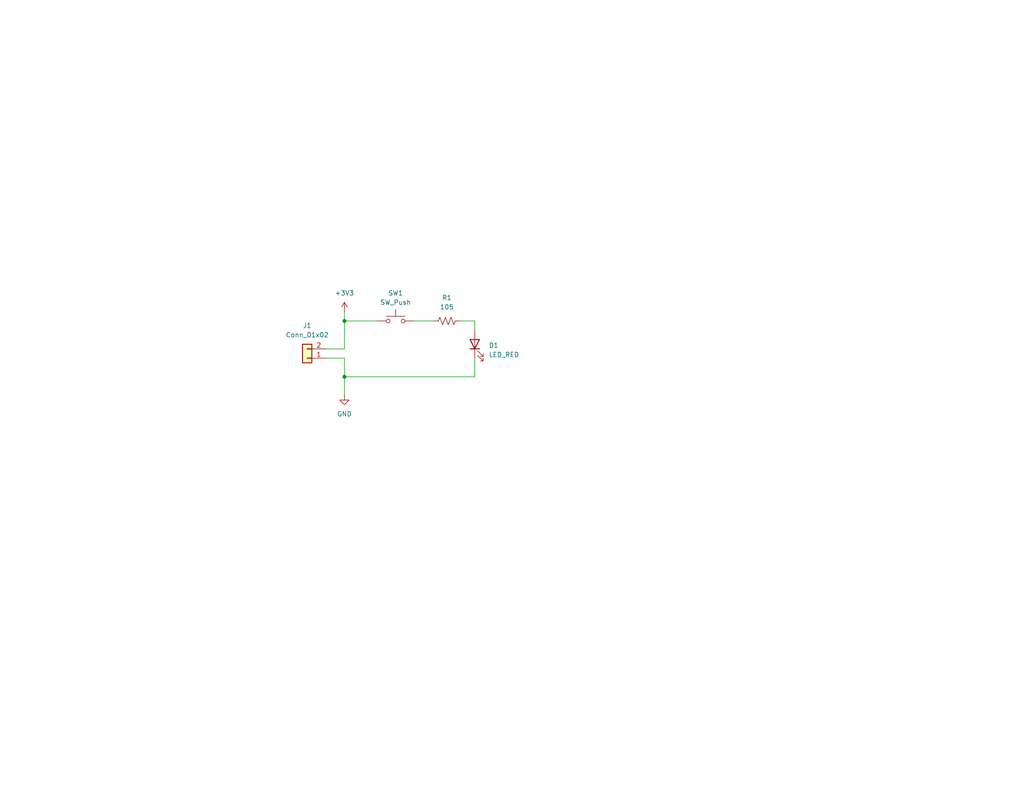
<source format=kicad_sch>
(kicad_sch (version 20230121) (generator eeschema)
  (paper "USLetter")
  (title_block (title "LEDProject") (date "2023-09-10") (rev "1.0") (company "Illini Solar Car") (comment 1 "Designed By: Anjali Thomas"))
  (lib_symbols
    (symbol "Connector_Generic:Conn_01x02" (pin_names (offset 1.016) hide)
      (property "Reference" "J" (at 0 2.54 0))
      (property "Value" "Conn_01x02" (at 0 -5.08 0))
      (symbol "Conn_01x02_1_1"
        (rectangle (start -1.27 -2.413) (end 0 -2.667) (stroke (width 0.1524)))
        (rectangle (start -1.27 0.127) (end 0 -0.127) (stroke (width 0.1524)))
        (rectangle (start -1.27 1.27) (end 1.27 -3.81) (stroke (width 0.254)) (fill (type background)))
        (pin passive line (at -5.08 0 0) (length 3.81) (name "Pin_1") (number "1"))
        (pin passive line (at -5.08 -2.54 0) (length 3.81) (name "Pin_2") (number "2"))
      )
    )
    (symbol "Device:LED" (pin_numbers hide) (pin_names (offset 1.016) hide)
      (property "Reference" "D" (at 0 2.54 0))
      (property "Value" "LED" (at 0 -2.54 0))
      (symbol "LED_0_1"
        (polyline (pts (xy -1.27 -1.27) (xy -1.27 1.27)) (stroke (width 0.254)))
        (polyline (pts (xy -1.27 0) (xy 1.27 0)))
        (polyline (pts (xy 1.27 -1.27) (xy 1.27 1.27) (xy -1.27 0) (xy 1.27 -1.27)) (stroke (width 0.254)))
        (polyline (pts (xy -3.048 -0.762) (xy -4.572 -2.286) (xy -3.81 -2.286) (xy -4.572 -2.286) (xy -4.572 -1.524)))
        (polyline (pts (xy -1.778 -0.762) (xy -3.302 -2.286) (xy -2.54 -2.286) (xy -3.302 -2.286) (xy -3.302 -1.524)))
      )
      (symbol "LED_1_1"
        (pin passive line (at -3.81 0 0) (length 2.54) (name "K") (number "1"))
        (pin passive line (at 3.81 0 180) (length 2.54) (name "A") (number "2"))
      )
    )
    (symbol "Device:R_US" (pin_numbers hide) (pin_names (offset 0))
      (property "Reference" "R" (at 2.54 0 90))
      (property "Value" "R_US" (at -2.54 0 90))
      (symbol "R_US_0_1"
        (polyline (pts (xy 0 -2.286) (xy 0 -2.54)))
        (polyline (pts (xy 0 2.286) (xy 0 2.54)))
        (polyline (pts (xy 0 -0.762) (xy 1.016 -1.143) (xy 0 -1.524) (xy -1.016 -1.905) (xy 0 -2.286)))
        (polyline (pts (xy 0 0.762) (xy 1.016 0.381) (xy 0 0) (xy -1.016 -0.381) (xy 0 -0.762)))
        (polyline (pts (xy 0 2.286) (xy 1.016 1.905) (xy 0 1.524) (xy -1.016 1.143) (xy 0 0.762)))
      )
      (symbol "R_US_1_1"
        (pin passive line (at 0 3.81 270) (length 1.27) (name "~") (number "1"))
        (pin passive line (at 0 -3.81 90) (length 1.27) (name "~") (number "2"))
      )
    )
    (symbol "Switch:SW_Push" (pin_numbers hide) (pin_names (offset 1.016) hide)
      (property "Reference" "SW" (at 1.27 2.54 0))
      (property "Value" "SW_Push" (at 0 -1.524 0))
      (symbol "SW_Push_0_1"
        (circle (center -2.032 0) (radius 0.508))
        (polyline (pts (xy 0 1.27) (xy 0 3.048)))
        (polyline (pts (xy 2.54 1.27) (xy -2.54 1.27)))
        (circle (center 2.032 0) (radius 0.508))
        (pin passive line (at -5.08 0 0) (length 2.54) (name "1") (number "1"))
        (pin passive line (at 5.08 0 180) (length 2.54) (name "2") (number "2"))
      )
    )
    (symbol "power:+3V3" (power) (pin_names (offset 0))
      (property "Value" "+3V3" (at 0 3.556 0))
      (symbol "+3V3_0_1"
        (polyline (pts (xy -0.762 1.27) (xy 0 2.54)))
        (polyline (pts (xy 0 0) (xy 0 2.54)))
        (polyline (pts (xy 0 2.54) (xy 0.762 1.27)))
      )
      (symbol "+3V3_1_1"
        (pin power_in line (at 0 0 90) (length 0) hide (name "+3V3") (number "1"))
      )
    )
    (symbol "power:GND" (power) (pin_names (offset 0))
      (property "Value" "GND" (at 0 -3.81 0))
      (symbol "GND_0_1"
        (polyline (pts (xy 0 0) (xy 0 -1.27) (xy 1.27 -1.27) (xy 0 -2.54) (xy -1.27 -1.27) (xy 0 -1.27)))
      )
      (symbol "GND_1_1"
        (pin power_in line (at 0 0 270) (length 0) hide (name "GND") (number "1"))
      )
    )
  )
  (junction (at 93.98 87.63))
  (junction (at 93.98 102.87))
  (wire (pts (xy 113.03 87.63) (xy 118.11 87.63)))
  (wire (pts (xy 125.73 87.63) (xy 129.54 87.63)))
  (wire (pts (xy 88.9 97.79) (xy 93.98 97.79)))
  (wire (pts (xy 93.98 102.87) (xy 129.54 102.87)))
  (wire (pts (xy 129.54 97.79) (xy 129.54 102.87)))
  (wire (pts (xy 93.98 102.87) (xy 93.98 107.95)))
  (wire (pts (xy 88.9 95.25) (xy 93.98 95.25)))
  (wire (pts (xy 93.98 95.25) (xy 93.98 87.63)))
  (wire (pts (xy 129.54 87.63) (xy 129.54 90.17)))
  (wire (pts (xy 93.98 97.79) (xy 93.98 102.87)))
  (wire (pts (xy 93.98 87.63) (xy 93.98 85.09)))
  (wire (pts (xy 93.98 87.63) (xy 102.87 87.63)))
  (symbol (lib_id "Connector_Generic:Conn_01x02") (at 83.82 97.79 180) (unit 1)
    (property "Reference" "J1" (at 83.82 88.9 0))
    (property "Value" "Conn_01x02" (at 83.82 91.44 0))
    (property "Footprint" "Connector_Molex:Molex_KK-254_AE-6410-02A_1x02_P2.54mm_Vertical" (effects hide))
    (property "Datasheet" "https://tools.molex.com/pdm_docs/sd/022272021_sd.pdf" (effects hide))
    (property "MPN" "022272021" (effects hide))
  )
  (symbol (lib_id "Device:R_US") (at 121.92 87.63 90) (unit 1)
    (property "Reference" "R1" (at 121.92 81.28 90))
    (property "Value" "105" (at 121.92 83.82 90))
    (property "Footprint" "Resistor_SMD:R_0603_1608Metric_Pad0.98x0.95mm_HandSolder" (effects hide))
  )
  (symbol (lib_id "power:GND") (at 93.98 107.95 0) (unit 1)
    (property "Reference" "#PWR02" (effects hide))
    (property "Value" "GND" (at 93.98 113.03 0))
  )
  (symbol (lib_id "power:+3V3") (at 93.98 85.09 0) (unit 1)
    (property "Reference" "#PWR01" (effects hide))
    (property "Value" "+3V3" (at 93.98 80.01 0))
  )
  (symbol (lib_id "Device:LED") (at 129.54 93.98 90) (unit 1)
    (property "Reference" "D1" (at 133.35 94.2975 90) (effects (justify right)))
    (property "Value" "LED_RED" (at 133.35 96.8375 90) (effects (justify right)))
    (property "Footprint" "layout:LED_0603_Symbol_on_F.SilkS" (effects hide))
  )
  (symbol (lib_id "Switch:SW_Push") (at 107.95 87.63 0) (unit 1)
    (property "Reference" "SW1" (at 107.95 80.01 0))
    (property "Value" "SW_Push" (at 107.95 82.55 0))
    (property "Footprint" "Button_Switch_SMD:SW_DIP_SPSTx01_Slide_6.7x4.1mm_W8.61mm_P2.54mm_LowProfile" (effects hide))
    (property "Datasheet" "https://www.te.com/usa-en/product-1825910-6.datasheet.pdf" (effects hide))
    (property "MPN" "1825910-6" (effects hide))
  )
)
</source>
